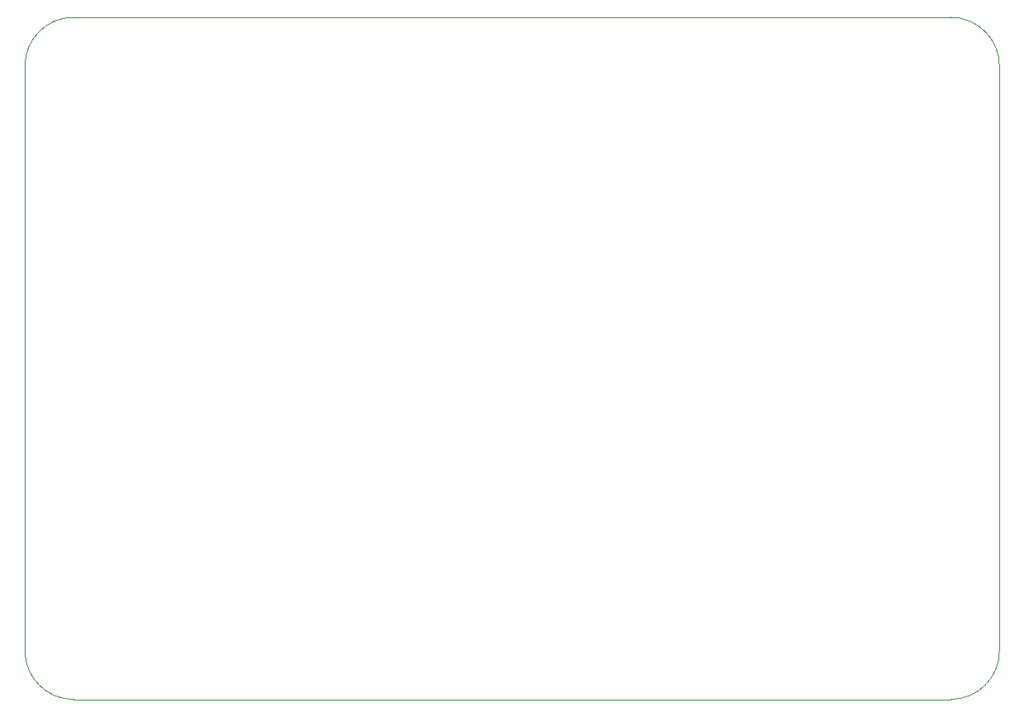
<source format=gm1>
%TF.GenerationSoftware,KiCad,Pcbnew,(6.0.7-1)-1*%
%TF.CreationDate,2022-11-19T18:21:18-08:00*%
%TF.ProjectId,telemetry-pcb,74656c65-6d65-4747-9279-2d7063622e6b,rev?*%
%TF.SameCoordinates,Original*%
%TF.FileFunction,Profile,NP*%
%FSLAX46Y46*%
G04 Gerber Fmt 4.6, Leading zero omitted, Abs format (unit mm)*
G04 Created by KiCad (PCBNEW (6.0.7-1)-1) date 2022-11-19 18:21:18*
%MOMM*%
%LPD*%
G01*
G04 APERTURE LIST*
%TA.AperFunction,Profile*%
%ADD10C,0.100000*%
%TD*%
G04 APERTURE END LIST*
D10*
X90000000Y-120000000D02*
G75*
G03*
X95000000Y-125000000I5000000J0D01*
G01*
X90000000Y-60000000D02*
X90000000Y-120000000D01*
X95000000Y-55000000D02*
X185000000Y-55000000D01*
X95000000Y-55000000D02*
G75*
G03*
X90000000Y-60000000I0J-5000000D01*
G01*
X185000000Y-125000000D02*
G75*
G03*
X190000000Y-120000000I0J5000000D01*
G01*
X190000000Y-60000000D02*
X190000000Y-120000000D01*
X95000000Y-125000000D02*
X185000000Y-125000000D01*
X190000000Y-60000000D02*
G75*
G03*
X185000000Y-55000000I-5000000J0D01*
G01*
M02*

</source>
